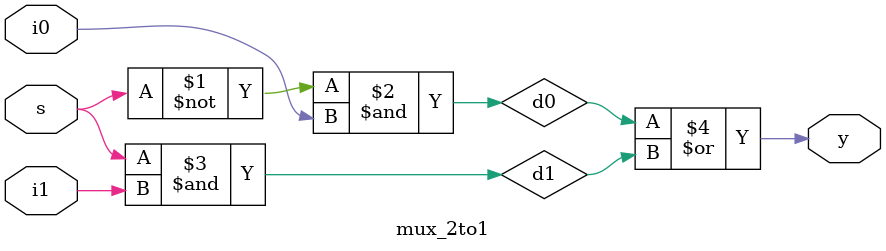
<source format=v>
module mux_2to1(y,s,i0,i1);
    input i0,i1;
    input s;
    output y;
    wire d0,d1;
    and a1(d0,~s,i0);
    and a2(d1,s,i1);
    or a3(y,d0,d1);
endmodule

</source>
